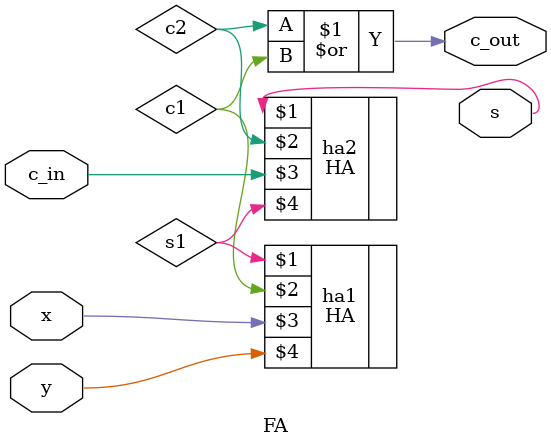
<source format=v>
`timescale 10ns / 1ps

module FA(s, c_out, x, y, c_in);
input x, y, c_in;
output s, c_out;
wire s1, c1, c2;

HA ha1(s1, c1, x, y);
HA ha2(s, c2, c_in, s1);
or or1(c_out, c2, c1);

/*
xor xor1(s1, x, y);
and and1(c1, x, y);
xor xor2(s, s1, c_in);
and and2(c2, s1, c_in);
xor xor3(c_out, c2, c1);
*/
  
endmodule


</source>
